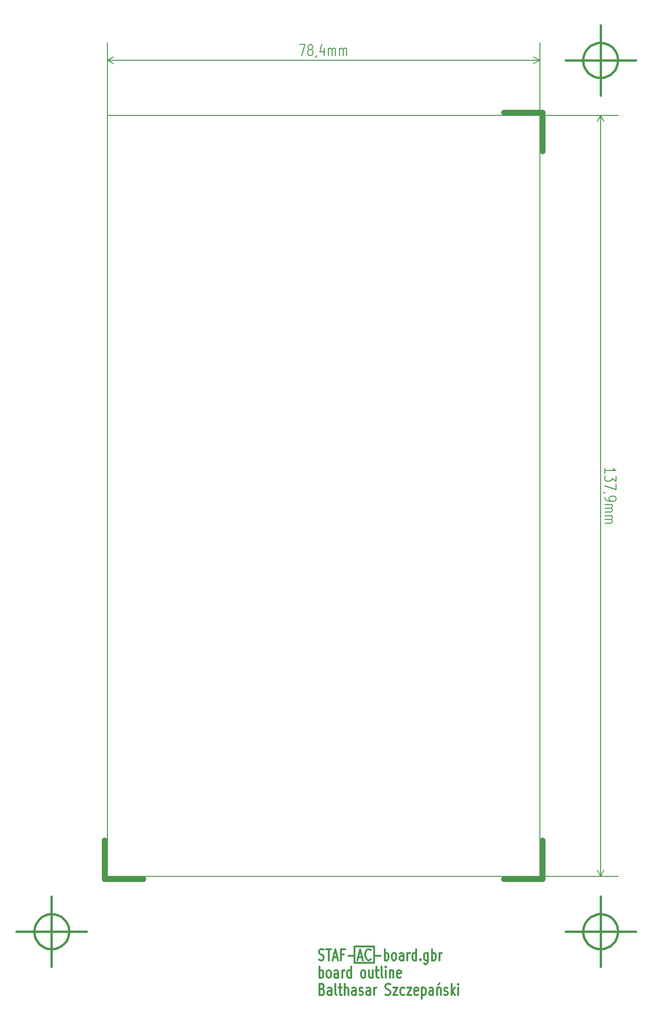
<source format=gbr>
G04 (created by PCBNEW-RS274X (2012-apr-16-27)-stable) date sob, 2 kwi 2016, 18:39:04*
G01*
G70*
G90*
%MOIN*%
G04 Gerber Fmt 3.4, Leading zero omitted, Abs format*
%FSLAX34Y34*%
G04 APERTURE LIST*
%ADD10C,0.006000*%
%ADD11C,0.012000*%
%ADD12C,0.005900*%
%ADD13C,0.039400*%
%ADD14C,0.015000*%
G04 APERTURE END LIST*
G54D10*
G54D11*
X19043Y-60463D02*
X17643Y-60463D01*
X19043Y-59313D02*
X19043Y-60463D01*
X17643Y-59313D02*
X19043Y-59313D01*
X17643Y-60463D02*
X17643Y-59313D01*
X15107Y-60249D02*
X15193Y-60287D01*
X15336Y-60287D01*
X15393Y-60249D01*
X15422Y-60211D01*
X15450Y-60134D01*
X15450Y-60058D01*
X15422Y-59982D01*
X15393Y-59944D01*
X15336Y-59906D01*
X15222Y-59868D01*
X15164Y-59830D01*
X15136Y-59792D01*
X15107Y-59715D01*
X15107Y-59639D01*
X15136Y-59563D01*
X15164Y-59525D01*
X15222Y-59487D01*
X15364Y-59487D01*
X15450Y-59525D01*
X15621Y-59487D02*
X15964Y-59487D01*
X15793Y-60287D02*
X15793Y-59487D01*
X16135Y-60058D02*
X16421Y-60058D01*
X16078Y-60287D02*
X16278Y-59487D01*
X16478Y-60287D01*
X16878Y-59868D02*
X16678Y-59868D01*
X16678Y-60287D02*
X16678Y-59487D01*
X16964Y-59487D01*
X17192Y-59982D02*
X17649Y-59982D01*
X17906Y-60058D02*
X18192Y-60058D01*
X17849Y-60287D02*
X18049Y-59487D01*
X18249Y-60287D01*
X18792Y-60211D02*
X18763Y-60249D01*
X18677Y-60287D01*
X18620Y-60287D01*
X18535Y-60249D01*
X18477Y-60173D01*
X18449Y-60096D01*
X18420Y-59944D01*
X18420Y-59830D01*
X18449Y-59677D01*
X18477Y-59601D01*
X18535Y-59525D01*
X18620Y-59487D01*
X18677Y-59487D01*
X18763Y-59525D01*
X18792Y-59563D01*
X19049Y-59982D02*
X19506Y-59982D01*
X19792Y-60287D02*
X19792Y-59487D01*
X19792Y-59792D02*
X19849Y-59753D01*
X19963Y-59753D01*
X20020Y-59792D01*
X20049Y-59830D01*
X20078Y-59906D01*
X20078Y-60134D01*
X20049Y-60211D01*
X20020Y-60249D01*
X19963Y-60287D01*
X19849Y-60287D01*
X19792Y-60249D01*
X20421Y-60287D02*
X20363Y-60249D01*
X20335Y-60211D01*
X20306Y-60134D01*
X20306Y-59906D01*
X20335Y-59830D01*
X20363Y-59792D01*
X20421Y-59753D01*
X20506Y-59753D01*
X20563Y-59792D01*
X20592Y-59830D01*
X20621Y-59906D01*
X20621Y-60134D01*
X20592Y-60211D01*
X20563Y-60249D01*
X20506Y-60287D01*
X20421Y-60287D01*
X21135Y-60287D02*
X21135Y-59868D01*
X21106Y-59792D01*
X21049Y-59753D01*
X20935Y-59753D01*
X20878Y-59792D01*
X21135Y-60249D02*
X21078Y-60287D01*
X20935Y-60287D01*
X20878Y-60249D01*
X20849Y-60173D01*
X20849Y-60096D01*
X20878Y-60020D01*
X20935Y-59982D01*
X21078Y-59982D01*
X21135Y-59944D01*
X21421Y-60287D02*
X21421Y-59753D01*
X21421Y-59906D02*
X21449Y-59830D01*
X21478Y-59792D01*
X21535Y-59753D01*
X21592Y-59753D01*
X22049Y-60287D02*
X22049Y-59487D01*
X22049Y-60249D02*
X21992Y-60287D01*
X21878Y-60287D01*
X21820Y-60249D01*
X21792Y-60211D01*
X21763Y-60134D01*
X21763Y-59906D01*
X21792Y-59830D01*
X21820Y-59792D01*
X21878Y-59753D01*
X21992Y-59753D01*
X22049Y-59792D01*
X22335Y-60211D02*
X22363Y-60249D01*
X22335Y-60287D01*
X22306Y-60249D01*
X22335Y-60211D01*
X22335Y-60287D01*
X22878Y-59753D02*
X22878Y-60401D01*
X22849Y-60477D01*
X22821Y-60515D01*
X22764Y-60553D01*
X22678Y-60553D01*
X22621Y-60515D01*
X22878Y-60249D02*
X22821Y-60287D01*
X22707Y-60287D01*
X22649Y-60249D01*
X22621Y-60211D01*
X22592Y-60134D01*
X22592Y-59906D01*
X22621Y-59830D01*
X22649Y-59792D01*
X22707Y-59753D01*
X22821Y-59753D01*
X22878Y-59792D01*
X23164Y-60287D02*
X23164Y-59487D01*
X23164Y-59792D02*
X23221Y-59753D01*
X23335Y-59753D01*
X23392Y-59792D01*
X23421Y-59830D01*
X23450Y-59906D01*
X23450Y-60134D01*
X23421Y-60211D01*
X23392Y-60249D01*
X23335Y-60287D01*
X23221Y-60287D01*
X23164Y-60249D01*
X23707Y-60287D02*
X23707Y-59753D01*
X23707Y-59906D02*
X23735Y-59830D01*
X23764Y-59792D01*
X23821Y-59753D01*
X23878Y-59753D01*
X15136Y-61527D02*
X15136Y-60727D01*
X15136Y-61032D02*
X15193Y-60993D01*
X15307Y-60993D01*
X15364Y-61032D01*
X15393Y-61070D01*
X15422Y-61146D01*
X15422Y-61374D01*
X15393Y-61451D01*
X15364Y-61489D01*
X15307Y-61527D01*
X15193Y-61527D01*
X15136Y-61489D01*
X15765Y-61527D02*
X15707Y-61489D01*
X15679Y-61451D01*
X15650Y-61374D01*
X15650Y-61146D01*
X15679Y-61070D01*
X15707Y-61032D01*
X15765Y-60993D01*
X15850Y-60993D01*
X15907Y-61032D01*
X15936Y-61070D01*
X15965Y-61146D01*
X15965Y-61374D01*
X15936Y-61451D01*
X15907Y-61489D01*
X15850Y-61527D01*
X15765Y-61527D01*
X16479Y-61527D02*
X16479Y-61108D01*
X16450Y-61032D01*
X16393Y-60993D01*
X16279Y-60993D01*
X16222Y-61032D01*
X16479Y-61489D02*
X16422Y-61527D01*
X16279Y-61527D01*
X16222Y-61489D01*
X16193Y-61413D01*
X16193Y-61336D01*
X16222Y-61260D01*
X16279Y-61222D01*
X16422Y-61222D01*
X16479Y-61184D01*
X16765Y-61527D02*
X16765Y-60993D01*
X16765Y-61146D02*
X16793Y-61070D01*
X16822Y-61032D01*
X16879Y-60993D01*
X16936Y-60993D01*
X17393Y-61527D02*
X17393Y-60727D01*
X17393Y-61489D02*
X17336Y-61527D01*
X17222Y-61527D01*
X17164Y-61489D01*
X17136Y-61451D01*
X17107Y-61374D01*
X17107Y-61146D01*
X17136Y-61070D01*
X17164Y-61032D01*
X17222Y-60993D01*
X17336Y-60993D01*
X17393Y-61032D01*
X18222Y-61527D02*
X18164Y-61489D01*
X18136Y-61451D01*
X18107Y-61374D01*
X18107Y-61146D01*
X18136Y-61070D01*
X18164Y-61032D01*
X18222Y-60993D01*
X18307Y-60993D01*
X18364Y-61032D01*
X18393Y-61070D01*
X18422Y-61146D01*
X18422Y-61374D01*
X18393Y-61451D01*
X18364Y-61489D01*
X18307Y-61527D01*
X18222Y-61527D01*
X18936Y-60993D02*
X18936Y-61527D01*
X18679Y-60993D02*
X18679Y-61413D01*
X18707Y-61489D01*
X18765Y-61527D01*
X18850Y-61527D01*
X18907Y-61489D01*
X18936Y-61451D01*
X19136Y-60993D02*
X19365Y-60993D01*
X19222Y-60727D02*
X19222Y-61413D01*
X19250Y-61489D01*
X19308Y-61527D01*
X19365Y-61527D01*
X19651Y-61527D02*
X19593Y-61489D01*
X19565Y-61413D01*
X19565Y-60727D01*
X19879Y-61527D02*
X19879Y-60993D01*
X19879Y-60727D02*
X19850Y-60765D01*
X19879Y-60803D01*
X19907Y-60765D01*
X19879Y-60727D01*
X19879Y-60803D01*
X20165Y-60993D02*
X20165Y-61527D01*
X20165Y-61070D02*
X20193Y-61032D01*
X20251Y-60993D01*
X20336Y-60993D01*
X20393Y-61032D01*
X20422Y-61108D01*
X20422Y-61527D01*
X20936Y-61489D02*
X20879Y-61527D01*
X20765Y-61527D01*
X20708Y-61489D01*
X20679Y-61413D01*
X20679Y-61108D01*
X20708Y-61032D01*
X20765Y-60993D01*
X20879Y-60993D01*
X20936Y-61032D01*
X20965Y-61108D01*
X20965Y-61184D01*
X20679Y-61260D01*
X15336Y-62348D02*
X15422Y-62386D01*
X15450Y-62424D01*
X15479Y-62500D01*
X15479Y-62614D01*
X15450Y-62691D01*
X15422Y-62729D01*
X15364Y-62767D01*
X15136Y-62767D01*
X15136Y-61967D01*
X15336Y-61967D01*
X15393Y-62005D01*
X15422Y-62043D01*
X15450Y-62119D01*
X15450Y-62195D01*
X15422Y-62272D01*
X15393Y-62310D01*
X15336Y-62348D01*
X15136Y-62348D01*
X15993Y-62767D02*
X15993Y-62348D01*
X15964Y-62272D01*
X15907Y-62233D01*
X15793Y-62233D01*
X15736Y-62272D01*
X15993Y-62729D02*
X15936Y-62767D01*
X15793Y-62767D01*
X15736Y-62729D01*
X15707Y-62653D01*
X15707Y-62576D01*
X15736Y-62500D01*
X15793Y-62462D01*
X15936Y-62462D01*
X15993Y-62424D01*
X16365Y-62767D02*
X16307Y-62729D01*
X16279Y-62653D01*
X16279Y-61967D01*
X16507Y-62233D02*
X16736Y-62233D01*
X16593Y-61967D02*
X16593Y-62653D01*
X16621Y-62729D01*
X16679Y-62767D01*
X16736Y-62767D01*
X16936Y-62767D02*
X16936Y-61967D01*
X17193Y-62767D02*
X17193Y-62348D01*
X17164Y-62272D01*
X17107Y-62233D01*
X17022Y-62233D01*
X16964Y-62272D01*
X16936Y-62310D01*
X17736Y-62767D02*
X17736Y-62348D01*
X17707Y-62272D01*
X17650Y-62233D01*
X17536Y-62233D01*
X17479Y-62272D01*
X17736Y-62729D02*
X17679Y-62767D01*
X17536Y-62767D01*
X17479Y-62729D01*
X17450Y-62653D01*
X17450Y-62576D01*
X17479Y-62500D01*
X17536Y-62462D01*
X17679Y-62462D01*
X17736Y-62424D01*
X17993Y-62729D02*
X18050Y-62767D01*
X18165Y-62767D01*
X18222Y-62729D01*
X18250Y-62653D01*
X18250Y-62614D01*
X18222Y-62538D01*
X18165Y-62500D01*
X18079Y-62500D01*
X18022Y-62462D01*
X17993Y-62386D01*
X17993Y-62348D01*
X18022Y-62272D01*
X18079Y-62233D01*
X18165Y-62233D01*
X18222Y-62272D01*
X18765Y-62767D02*
X18765Y-62348D01*
X18736Y-62272D01*
X18679Y-62233D01*
X18565Y-62233D01*
X18508Y-62272D01*
X18765Y-62729D02*
X18708Y-62767D01*
X18565Y-62767D01*
X18508Y-62729D01*
X18479Y-62653D01*
X18479Y-62576D01*
X18508Y-62500D01*
X18565Y-62462D01*
X18708Y-62462D01*
X18765Y-62424D01*
X19051Y-62767D02*
X19051Y-62233D01*
X19051Y-62386D02*
X19079Y-62310D01*
X19108Y-62272D01*
X19165Y-62233D01*
X19222Y-62233D01*
X19850Y-62729D02*
X19936Y-62767D01*
X20079Y-62767D01*
X20136Y-62729D01*
X20165Y-62691D01*
X20193Y-62614D01*
X20193Y-62538D01*
X20165Y-62462D01*
X20136Y-62424D01*
X20079Y-62386D01*
X19965Y-62348D01*
X19907Y-62310D01*
X19879Y-62272D01*
X19850Y-62195D01*
X19850Y-62119D01*
X19879Y-62043D01*
X19907Y-62005D01*
X19965Y-61967D01*
X20107Y-61967D01*
X20193Y-62005D01*
X20393Y-62233D02*
X20707Y-62233D01*
X20393Y-62767D01*
X20707Y-62767D01*
X21193Y-62729D02*
X21136Y-62767D01*
X21022Y-62767D01*
X20964Y-62729D01*
X20936Y-62691D01*
X20907Y-62614D01*
X20907Y-62386D01*
X20936Y-62310D01*
X20964Y-62272D01*
X21022Y-62233D01*
X21136Y-62233D01*
X21193Y-62272D01*
X21393Y-62233D02*
X21707Y-62233D01*
X21393Y-62767D01*
X21707Y-62767D01*
X22164Y-62729D02*
X22107Y-62767D01*
X21993Y-62767D01*
X21936Y-62729D01*
X21907Y-62653D01*
X21907Y-62348D01*
X21936Y-62272D01*
X21993Y-62233D01*
X22107Y-62233D01*
X22164Y-62272D01*
X22193Y-62348D01*
X22193Y-62424D01*
X21907Y-62500D01*
X22450Y-62233D02*
X22450Y-63033D01*
X22450Y-62272D02*
X22507Y-62233D01*
X22621Y-62233D01*
X22678Y-62272D01*
X22707Y-62310D01*
X22736Y-62386D01*
X22736Y-62614D01*
X22707Y-62691D01*
X22678Y-62729D01*
X22621Y-62767D01*
X22507Y-62767D01*
X22450Y-62729D01*
X23250Y-62767D02*
X23250Y-62348D01*
X23221Y-62272D01*
X23164Y-62233D01*
X23050Y-62233D01*
X22993Y-62272D01*
X23250Y-62729D02*
X23193Y-62767D01*
X23050Y-62767D01*
X22993Y-62729D01*
X22964Y-62653D01*
X22964Y-62576D01*
X22993Y-62500D01*
X23050Y-62462D01*
X23193Y-62462D01*
X23250Y-62424D01*
X23536Y-62233D02*
X23536Y-62767D01*
X23536Y-62310D02*
X23564Y-62272D01*
X23622Y-62233D01*
X23707Y-62233D01*
X23764Y-62272D01*
X23793Y-62348D01*
X23793Y-62767D01*
X23707Y-61929D02*
X23622Y-62043D01*
X24050Y-62729D02*
X24107Y-62767D01*
X24222Y-62767D01*
X24279Y-62729D01*
X24307Y-62653D01*
X24307Y-62614D01*
X24279Y-62538D01*
X24222Y-62500D01*
X24136Y-62500D01*
X24079Y-62462D01*
X24050Y-62386D01*
X24050Y-62348D01*
X24079Y-62272D01*
X24136Y-62233D01*
X24222Y-62233D01*
X24279Y-62272D01*
X24565Y-62767D02*
X24565Y-61967D01*
X24622Y-62462D02*
X24793Y-62767D01*
X24793Y-62233D02*
X24565Y-62538D01*
X25051Y-62767D02*
X25051Y-62233D01*
X25051Y-61967D02*
X25022Y-62005D01*
X25051Y-62043D01*
X25079Y-62005D01*
X25051Y-61967D01*
X25051Y-62043D01*
G54D12*
X00000Y-54292D02*
X00000Y00000D01*
X00000Y00000D02*
X30866Y00000D01*
X30866Y-54292D02*
X30866Y00000D01*
G54D13*
X-00197Y-54489D02*
X02559Y-54489D01*
X-00197Y-54489D02*
X-00197Y-51733D01*
X31063Y00196D02*
X31063Y-02559D01*
X31063Y00196D02*
X28307Y00196D01*
X31063Y-54489D02*
X28307Y-54489D01*
X31063Y-54489D02*
X31063Y-51733D01*
G54D12*
X13720Y05052D02*
X14120Y05052D01*
X13863Y04252D01*
X14434Y04709D02*
X14376Y04747D01*
X14348Y04786D01*
X14319Y04862D01*
X14319Y04900D01*
X14348Y04976D01*
X14376Y05014D01*
X14434Y05052D01*
X14548Y05052D01*
X14605Y05014D01*
X14634Y04976D01*
X14662Y04900D01*
X14662Y04862D01*
X14634Y04786D01*
X14605Y04747D01*
X14548Y04709D01*
X14434Y04709D01*
X14376Y04671D01*
X14348Y04633D01*
X14319Y04557D01*
X14319Y04405D01*
X14348Y04328D01*
X14376Y04290D01*
X14434Y04252D01*
X14548Y04252D01*
X14605Y04290D01*
X14634Y04328D01*
X14662Y04405D01*
X14662Y04557D01*
X14634Y04633D01*
X14605Y04671D01*
X14548Y04709D01*
X14947Y04290D02*
X14947Y04252D01*
X14919Y04176D01*
X14890Y04138D01*
X15462Y04786D02*
X15462Y04252D01*
X15319Y05090D02*
X15176Y04519D01*
X15548Y04519D01*
X15776Y04252D02*
X15776Y04786D01*
X15776Y04709D02*
X15804Y04747D01*
X15862Y04786D01*
X15947Y04786D01*
X16004Y04747D01*
X16033Y04671D01*
X16033Y04252D01*
X16033Y04671D02*
X16062Y04747D01*
X16119Y04786D01*
X16204Y04786D01*
X16262Y04747D01*
X16290Y04671D01*
X16290Y04252D01*
X16576Y04252D02*
X16576Y04786D01*
X16576Y04709D02*
X16604Y04747D01*
X16662Y04786D01*
X16747Y04786D01*
X16804Y04747D01*
X16833Y04671D01*
X16833Y04252D01*
X16833Y04671D02*
X16862Y04747D01*
X16919Y04786D01*
X17004Y04786D01*
X17062Y04747D01*
X17090Y04671D01*
X17090Y04252D01*
X00000Y03936D02*
X30866Y03936D01*
X00000Y00000D02*
X00000Y05216D01*
X30866Y00000D02*
X30866Y05216D01*
X30866Y03936D02*
X30423Y03706D01*
X30866Y03936D02*
X30423Y04166D01*
X00000Y03936D02*
X00443Y03706D01*
X00000Y03936D02*
X00443Y04166D01*
X35512Y-25518D02*
X35512Y-25175D01*
X35512Y-25347D02*
X36312Y-25347D01*
X36198Y-25290D01*
X36122Y-25232D01*
X36084Y-25175D01*
X36312Y-25718D02*
X36312Y-26089D01*
X36007Y-25889D01*
X36007Y-25975D01*
X35969Y-26032D01*
X35931Y-26061D01*
X35855Y-26089D01*
X35665Y-26089D01*
X35588Y-26061D01*
X35550Y-26032D01*
X35512Y-25975D01*
X35512Y-25803D01*
X35550Y-25746D01*
X35588Y-25718D01*
X36312Y-26289D02*
X36312Y-26689D01*
X35512Y-26432D01*
X35550Y-26945D02*
X35512Y-26945D01*
X35436Y-26917D01*
X35398Y-26888D01*
X35512Y-27231D02*
X35512Y-27346D01*
X35550Y-27403D01*
X35588Y-27431D01*
X35703Y-27489D01*
X35855Y-27517D01*
X36160Y-27517D01*
X36236Y-27489D01*
X36274Y-27460D01*
X36312Y-27403D01*
X36312Y-27289D01*
X36274Y-27231D01*
X36236Y-27203D01*
X36160Y-27174D01*
X35969Y-27174D01*
X35893Y-27203D01*
X35855Y-27231D01*
X35817Y-27289D01*
X35817Y-27403D01*
X35855Y-27460D01*
X35893Y-27489D01*
X35969Y-27517D01*
X35512Y-27774D02*
X36046Y-27774D01*
X35969Y-27774D02*
X36007Y-27802D01*
X36046Y-27860D01*
X36046Y-27945D01*
X36007Y-28002D01*
X35931Y-28031D01*
X35512Y-28031D01*
X35931Y-28031D02*
X36007Y-28060D01*
X36046Y-28117D01*
X36046Y-28202D01*
X36007Y-28260D01*
X35931Y-28288D01*
X35512Y-28288D01*
X35512Y-28574D02*
X36046Y-28574D01*
X35969Y-28574D02*
X36007Y-28602D01*
X36046Y-28660D01*
X36046Y-28745D01*
X36007Y-28802D01*
X35931Y-28831D01*
X35512Y-28831D01*
X35931Y-28831D02*
X36007Y-28860D01*
X36046Y-28917D01*
X36046Y-29002D01*
X36007Y-29060D01*
X35931Y-29088D01*
X35512Y-29088D01*
X35196Y00000D02*
X35196Y-54292D01*
X30866Y00000D02*
X36476Y00000D01*
X30866Y-54292D02*
X36476Y-54292D01*
X35196Y-54292D02*
X34966Y-53849D01*
X35196Y-54292D02*
X35426Y-53849D01*
X35196Y00000D02*
X34966Y-00443D01*
X35196Y00000D02*
X35426Y-00443D01*
G54D14*
X-02726Y-58229D02*
X-02750Y-58471D01*
X-02821Y-58705D01*
X-02935Y-58920D01*
X-03090Y-59109D01*
X-03278Y-59265D01*
X-03492Y-59381D01*
X-03725Y-59453D01*
X-03968Y-59478D01*
X-04210Y-59456D01*
X-04444Y-59387D01*
X-04660Y-59274D01*
X-04850Y-59122D01*
X-05007Y-58935D01*
X-05124Y-58721D01*
X-05198Y-58488D01*
X-05225Y-58246D01*
X-05205Y-58004D01*
X-05138Y-57769D01*
X-05026Y-57552D01*
X-04875Y-57361D01*
X-04689Y-57203D01*
X-04476Y-57084D01*
X-04244Y-57009D01*
X-04002Y-56980D01*
X-03759Y-56998D01*
X-03524Y-57064D01*
X-03307Y-57174D01*
X-03114Y-57324D01*
X-02955Y-57509D01*
X-02835Y-57721D01*
X-02758Y-57953D01*
X-02727Y-58195D01*
X-02726Y-58229D01*
X-06476Y-58229D02*
X-01476Y-58229D01*
X-03976Y-55729D02*
X-03976Y-60729D01*
X36447Y03937D02*
X36423Y03695D01*
X36352Y03461D01*
X36238Y03246D01*
X36083Y03057D01*
X35895Y02901D01*
X35681Y02785D01*
X35448Y02713D01*
X35205Y02688D01*
X34963Y02710D01*
X34729Y02779D01*
X34513Y02892D01*
X34323Y03044D01*
X34166Y03231D01*
X34049Y03445D01*
X33975Y03678D01*
X33948Y03920D01*
X33968Y04162D01*
X34035Y04397D01*
X34147Y04614D01*
X34298Y04805D01*
X34484Y04963D01*
X34697Y05082D01*
X34929Y05157D01*
X35171Y05186D01*
X35414Y05168D01*
X35649Y05102D01*
X35866Y04992D01*
X36059Y04842D01*
X36218Y04657D01*
X36338Y04445D01*
X36415Y04213D01*
X36446Y03971D01*
X36447Y03937D01*
X32697Y03937D02*
X37697Y03937D01*
X35197Y06437D02*
X35197Y01437D01*
X36447Y-58229D02*
X36423Y-58471D01*
X36352Y-58705D01*
X36238Y-58920D01*
X36083Y-59109D01*
X35895Y-59265D01*
X35681Y-59381D01*
X35448Y-59453D01*
X35205Y-59478D01*
X34963Y-59456D01*
X34729Y-59387D01*
X34513Y-59274D01*
X34323Y-59122D01*
X34166Y-58935D01*
X34049Y-58721D01*
X33975Y-58488D01*
X33948Y-58246D01*
X33968Y-58004D01*
X34035Y-57769D01*
X34147Y-57552D01*
X34298Y-57361D01*
X34484Y-57203D01*
X34697Y-57084D01*
X34929Y-57009D01*
X35171Y-56980D01*
X35414Y-56998D01*
X35649Y-57064D01*
X35866Y-57174D01*
X36059Y-57324D01*
X36218Y-57509D01*
X36338Y-57721D01*
X36415Y-57953D01*
X36446Y-58195D01*
X36447Y-58229D01*
X32697Y-58229D02*
X37697Y-58229D01*
X35197Y-55729D02*
X35197Y-60729D01*
G54D12*
X00000Y-07599D02*
X00000Y-07363D01*
X30866Y-54292D02*
X00000Y-54292D01*
M02*

</source>
